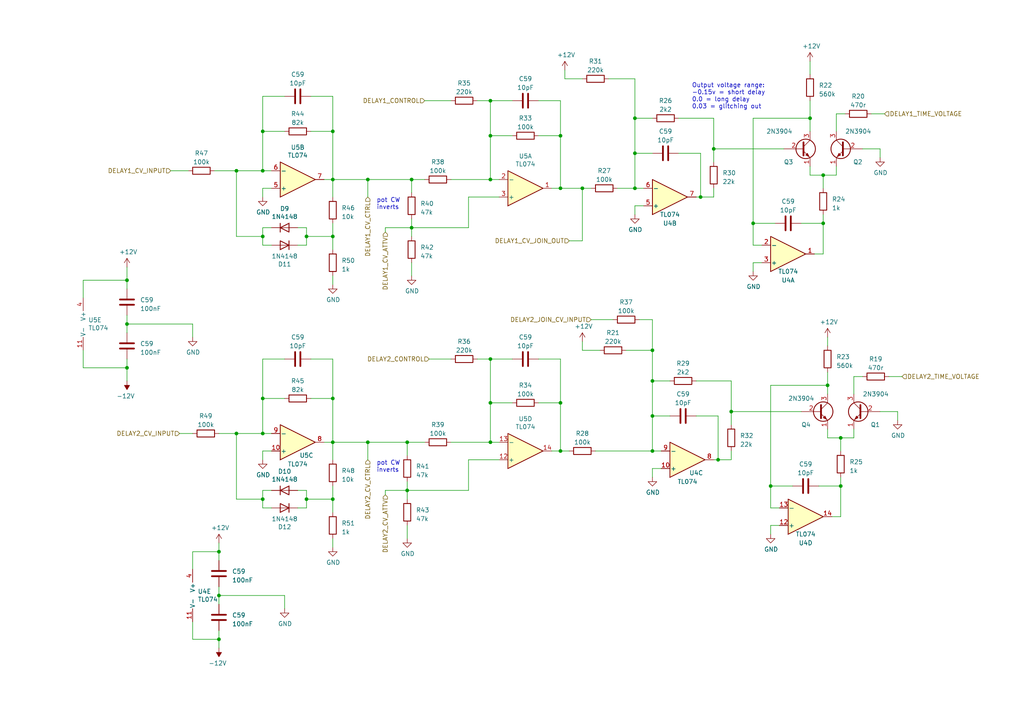
<source format=kicad_sch>
(kicad_sch (version 20230121) (generator eeschema)
  (paper "A4")
  (title_block (date "2022-03-04") (rev "v05") (comment 2 "creativecommons.org/licenses/by/4.0/") (comment 3 "License: CC BY 4.0") (comment 4 "Author: Guy John"))
  (lib_symbols
    (symbol "Amplifier_Operational:TL074" (pin_names (offset 0.127))
      (property "Reference" "U" (at 0 5.08 0))
      (property "Value" "TL074" (at 0 -5.08 0))
      (symbol "TL074_1_1"
        (polyline (pts (xy -5.08 5.08) (xy 5.08 0) (xy -5.08 -5.08) (xy -5.08 5.08)) (stroke (width 0.254)) (fill (type background)))
        (pin output line (at 7.62 0 180) (length 2.54) (name "~") (number "1"))
        (pin input line (at -7.62 -2.54 0) (length 2.54) (name "-") (number "2"))
        (pin input line (at -7.62 2.54 0) (length 2.54) (name "+") (number "3"))
      )
      (symbol "TL074_2_1"
        (polyline (pts (xy -5.08 5.08) (xy 5.08 0) (xy -5.08 -5.08) (xy -5.08 5.08)) (stroke (width 0.254)) (fill (type background)))
        (pin input line (at -7.62 2.54 0) (length 2.54) (name "+") (number "5"))
        (pin input line (at -7.62 -2.54 0) (length 2.54) (name "-") (number "6"))
        (pin output line (at 7.62 0 180) (length 2.54) (name "~") (number "7"))
      )
      (symbol "TL074_3_1"
        (polyline (pts (xy -5.08 5.08) (xy 5.08 0) (xy -5.08 -5.08) (xy -5.08 5.08)) (stroke (width 0.254)) (fill (type background)))
        (pin input line (at -7.62 2.54 0) (length 2.54) (name "+") (number "10"))
        (pin output line (at 7.62 0 180) (length 2.54) (name "~") (number "8"))
        (pin input line (at -7.62 -2.54 0) (length 2.54) (name "-") (number "9"))
      )
      (symbol "TL074_4_1"
        (polyline (pts (xy -5.08 5.08) (xy 5.08 0) (xy -5.08 -5.08) (xy -5.08 5.08)) (stroke (width 0.254)) (fill (type background)))
        (pin input line (at -7.62 2.54 0) (length 2.54) (name "+") (number "12"))
        (pin input line (at -7.62 -2.54 0) (length 2.54) (name "-") (number "13"))
        (pin output line (at 7.62 0 180) (length 2.54) (name "~") (number "14"))
      )
      (symbol "TL074_5_1"
        (pin power_in line (at -2.54 -7.62 90) (length 3.81) (name "V-") (number "11"))
        (pin power_in line (at -2.54 7.62 270) (length 3.81) (name "V+") (number "4"))
      )
    )
    (symbol "Device:D" (pin_numbers hide) (pin_names (offset 1.016) hide)
      (property "Reference" "D" (at 0 2.54 0))
      (property "Value" "D" (at 0 -2.54 0))
      (symbol "D_0_1"
        (polyline (pts (xy -1.27 1.27) (xy -1.27 -1.27)) (stroke (width 0.254)))
        (polyline (pts (xy 1.27 0) (xy -1.27 0)))
        (polyline (pts (xy 1.27 1.27) (xy 1.27 -1.27) (xy -1.27 0) (xy 1.27 1.27)) (stroke (width 0.254)))
      )
      (symbol "D_1_1"
        (pin passive line (at -3.81 0 0) (length 2.54) (name "K") (number "1"))
        (pin passive line (at 3.81 0 180) (length 2.54) (name "A") (number "2"))
      )
    )
    (symbol "Rumblesan Standard Parts:C" (pin_numbers hide) (pin_names (offset 0.254) hide)
      (property "Reference" "C?" (at -6.35 0 90))
      (property "Value" "C" (at -3.81 0 90))
      (symbol "C_0_1"
        (polyline (pts (xy -2.032 -0.762) (xy 2.032 -0.762)) (stroke (width 0.508)))
        (polyline (pts (xy -2.032 0.762) (xy 2.032 0.762)) (stroke (width 0.508)))
      )
      (symbol "C_1_1"
        (pin passive line (at 0 3.81 270) (length 2.794) (name "~") (number "1"))
        (pin passive line (at 0 -3.81 90) (length 2.794) (name "~") (number "2"))
      )
    )
    (symbol "Rumblesan Standard Parts:R" (pin_numbers hide) (pin_names (offset 0))
      (property "Reference" "R?" (at -5.08 0 90))
      (property "Value" "R" (at -2.54 0 90))
      (symbol "R_0_1"
        (rectangle (start 1.016 2.54) (end -1.016 -2.54) (stroke (width 0.254)))
      )
      (symbol "R_1_1"
        (pin passive line (at 0 -3.81 90) (length 1.27) (name "~") (number "1"))
        (pin passive line (at 0 3.81 270) (length 1.27) (name "~") (number "2"))
      )
    )
    (symbol "Transistor_BJT:2N3904" (pin_names (offset 0) hide)
      (property "Reference" "Q" (at 5.08 1.905 0))
      (property "Value" "2N3904" (at 5.08 0 0))
      (symbol "2N3904_0_1"
        (polyline (pts (xy 0.635 0.635) (xy 2.54 2.54)))
        (polyline (pts (xy 0.635 -0.635) (xy 2.54 -2.54) (xy 2.54 -2.54)))
        (polyline (pts (xy 0.635 1.905) (xy 0.635 -1.905) (xy 0.635 -1.905)) (stroke (width 0.508)))
        (polyline (pts (xy 1.27 -1.778) (xy 1.778 -1.27) (xy 2.286 -2.286) (xy 1.27 -1.778) (xy 1.27 -1.778)) (fill (type outline)))
        (circle (center 1.27 0) (radius 2.8194) (stroke (width 0.254)))
      )
      (symbol "2N3904_1_1"
        (pin passive line (at 2.54 -5.08 90) (length 2.54) (name "E") (number "1"))
        (pin passive line (at -5.08 0 0) (length 5.715) (name "B") (number "2"))
        (pin passive line (at 2.54 5.08 270) (length 2.54) (name "C") (number "3"))
      )
    )
    (symbol "power:+12V" (power) (pin_names (offset 0))
      (property "Value" "+12V" (at 0 3.556 0))
      (symbol "+12V_0_1"
        (polyline (pts (xy -0.762 1.27) (xy 0 2.54)))
        (polyline (pts (xy 0 0) (xy 0 2.54)))
        (polyline (pts (xy 0 2.54) (xy 0.762 1.27)))
      )
      (symbol "+12V_1_1"
        (pin power_in line (at 0 0 90) (length 0) hide (name "+12V") (number "1"))
      )
    )
    (symbol "power:-12V" (power) (pin_names (offset 0))
      (property "Value" "-12V" (at 0 3.81 0))
      (symbol "-12V_0_0"
        (pin power_in line (at 0 0 90) (length 0) hide (name "-12V") (number "1"))
      )
      (symbol "-12V_0_1"
        (polyline (pts (xy 0 0) (xy 0 1.27) (xy 0.762 1.27) (xy 0 2.54) (xy -0.762 1.27) (xy 0 1.27)) (fill (type outline)))
      )
    )
    (symbol "power:GND" (power) (pin_names (offset 0))
      (property "Value" "GND" (at 0 -3.81 0))
      (symbol "GND_0_1"
        (polyline (pts (xy 0 0) (xy 0 -1.27) (xy 1.27 -1.27) (xy 0 -2.54) (xy -1.27 -1.27) (xy 0 -1.27)))
      )
      (symbol "GND_1_1"
        (pin power_in line (at 0 0 270) (length 0) hide (name "GND") (number "1"))
      )
    )
  )
  (junction (at 36.83 106.68))
  (junction (at 118.11 142.24))
  (junction (at 142.24 52.07))
  (junction (at 203.2 57.15))
  (junction (at 234.95 34.29))
  (junction (at 240.03 111.76))
  (junction (at 189.23 130.81))
  (junction (at 207.01 43.18))
  (junction (at 184.15 34.29))
  (junction (at 238.76 64.77))
  (junction (at 96.52 115.57))
  (junction (at 184.15 54.61))
  (junction (at 189.23 101.6))
  (junction (at 68.58 125.73))
  (junction (at 162.56 39.37))
  (junction (at 162.56 130.81))
  (junction (at 162.56 54.61))
  (junction (at 106.68 52.07))
  (junction (at 118.11 128.27))
  (junction (at 76.2 125.73))
  (junction (at 119.38 66.04))
  (junction (at 96.52 128.27))
  (junction (at 243.84 127))
  (junction (at 88.9 144.78))
  (junction (at 142.24 39.37))
  (junction (at 63.5 160.02))
  (junction (at 142.24 116.84))
  (junction (at 76.2 49.53))
  (junction (at 142.24 128.27))
  (junction (at 106.68 128.27))
  (junction (at 36.83 93.98))
  (junction (at 184.15 44.45))
  (junction (at 96.52 52.07))
  (junction (at 76.2 38.1))
  (junction (at 96.52 68.58))
  (junction (at 243.84 140.97))
  (junction (at 63.5 172.72))
  (junction (at 142.24 104.14))
  (junction (at 168.91 54.61))
  (junction (at 63.5 185.42))
  (junction (at 208.28 133.35))
  (junction (at 142.24 29.21))
  (junction (at 238.76 50.8))
  (junction (at 68.58 49.53))
  (junction (at 189.23 120.65))
  (junction (at 76.2 144.78))
  (junction (at 189.23 110.49))
  (junction (at 96.52 144.78))
  (junction (at 96.52 38.1))
  (junction (at 119.38 52.07))
  (junction (at 162.56 116.84))
  (junction (at 76.2 115.57))
  (junction (at 212.09 119.38))
  (junction (at 218.44 64.77))
  (junction (at 88.9 68.58))
  (junction (at 76.2 68.58))
  (junction (at 223.52 140.97))
  (junction (at 36.83 81.28))
  (wire (pts (xy 168.91 69.85) (xy 168.91 54.61)))
  (wire (pts (xy 76.2 147.32) (xy 76.2 144.78)))
  (wire (pts (xy 227.33 43.18) (xy 207.01 43.18)))
  (wire (pts (xy 63.5 172.72) (xy 63.5 175.26)))
  (wire (pts (xy 243.84 130.81) (xy 243.84 127)))
  (wire (pts (xy 156.21 29.21) (xy 162.56 29.21)))
  (wire (pts (xy 207.01 34.29) (xy 207.01 43.18)))
  (wire (pts (xy 106.68 128.27) (xy 106.68 133.35)))
  (wire (pts (xy 240.03 111.76) (xy 240.03 114.3)))
  (wire (pts (xy 118.11 142.24) (xy 118.11 144.78)))
  (wire (pts (xy 189.23 135.89) (xy 189.23 138.43)))
  (wire (pts (xy 76.2 115.57) (xy 76.2 104.14)))
  (wire (pts (xy 86.36 142.24) (xy 88.9 142.24)))
  (wire (pts (xy 76.2 115.57) (xy 82.55 115.57)))
  (wire (pts (xy 63.5 160.02) (xy 63.5 162.56)))
  (wire (pts (xy 96.52 52.07) (xy 106.68 52.07)))
  (wire (pts (xy 223.52 140.97) (xy 223.52 147.32)))
  (wire (pts (xy 163.83 20.32) (xy 163.83 22.86)))
  (wire (pts (xy 55.88 185.42) (xy 63.5 185.42)))
  (wire (pts (xy 76.2 68.58) (xy 76.2 66.04)))
  (wire (pts (xy 142.24 128.27) (xy 144.78 128.27)))
  (wire (pts (xy 24.13 81.28) (xy 24.13 86.36)))
  (wire (pts (xy 24.13 106.68) (xy 36.83 106.68)))
  (wire (pts (xy 142.24 116.84) (xy 148.59 116.84)))
  (wire (pts (xy 247.65 109.22) (xy 250.19 109.22)))
  (wire (pts (xy 76.2 49.53) (xy 78.74 49.53)))
  (wire (pts (xy 111.76 66.04) (xy 119.38 66.04)))
  (wire (pts (xy 96.52 27.94) (xy 90.17 27.94)))
  (wire (pts (xy 252.73 33.02) (xy 256.54 33.02)))
  (wire (pts (xy 63.5 182.88) (xy 63.5 185.42)))
  (wire (pts (xy 36.83 106.68) (xy 36.83 110.49)))
  (wire (pts (xy 76.2 125.73) (xy 76.2 115.57)))
  (wire (pts (xy 76.2 27.94) (xy 76.2 38.1)))
  (wire (pts (xy 160.02 54.61) (xy 162.56 54.61)))
  (wire (pts (xy 223.52 140.97) (xy 229.87 140.97)))
  (wire (pts (xy 203.2 44.45) (xy 203.2 57.15)))
  (wire (pts (xy 119.38 55.88) (xy 119.38 52.07)))
  (wire (pts (xy 189.23 101.6) (xy 189.23 110.49)))
  (wire (pts (xy 184.15 54.61) (xy 186.69 54.61)))
  (wire (pts (xy 96.52 140.97) (xy 96.52 144.78)))
  (wire (pts (xy 185.42 92.71) (xy 189.23 92.71)))
  (wire (pts (xy 93.98 128.27) (xy 96.52 128.27)))
  (wire (pts (xy 78.74 54.61) (xy 76.2 54.61)))
  (wire (pts (xy 237.49 140.97) (xy 243.84 140.97)))
  (wire (pts (xy 207.01 57.15) (xy 207.01 54.61)))
  (wire (pts (xy 212.09 110.49) (xy 212.09 119.38)))
  (wire (pts (xy 250.19 43.18) (xy 255.27 43.18)))
  (wire (pts (xy 201.93 57.15) (xy 203.2 57.15)))
  (wire (pts (xy 78.74 130.81) (xy 76.2 130.81)))
  (wire (pts (xy 76.2 142.24) (xy 78.74 142.24)))
  (wire (pts (xy 212.09 133.35) (xy 212.09 130.81)))
  (wire (pts (xy 55.88 160.02) (xy 63.5 160.02)))
  (wire (pts (xy 49.53 49.53) (xy 54.61 49.53)))
  (wire (pts (xy 76.2 49.53) (xy 76.2 38.1)))
  (wire (pts (xy 76.2 125.73) (xy 78.74 125.73)))
  (wire (pts (xy 184.15 54.61) (xy 184.15 44.45)))
  (wire (pts (xy 96.52 104.14) (xy 96.52 115.57)))
  (wire (pts (xy 156.21 39.37) (xy 162.56 39.37)))
  (wire (pts (xy 238.76 62.23) (xy 238.76 64.77)))
  (wire (pts (xy 242.57 33.02) (xy 245.11 33.02)))
  (wire (pts (xy 142.24 39.37) (xy 142.24 52.07)))
  (wire (pts (xy 119.38 63.5) (xy 119.38 66.04)))
  (wire (pts (xy 96.52 68.58) (xy 96.52 72.39)))
  (wire (pts (xy 118.11 128.27) (xy 123.19 128.27)))
  (wire (pts (xy 88.9 68.58) (xy 88.9 71.12)))
  (wire (pts (xy 88.9 66.04) (xy 88.9 68.58)))
  (wire (pts (xy 208.28 120.65) (xy 201.93 120.65)))
  (wire (pts (xy 234.95 34.29) (xy 234.95 29.21)))
  (wire (pts (xy 162.56 54.61) (xy 168.91 54.61)))
  (wire (pts (xy 119.38 76.2) (xy 119.38 80.01)))
  (wire (pts (xy 55.88 160.02) (xy 55.88 165.1)))
  (wire (pts (xy 76.2 54.61) (xy 76.2 57.15)))
  (wire (pts (xy 242.57 38.1) (xy 242.57 33.02)))
  (wire (pts (xy 172.72 130.81) (xy 189.23 130.81)))
  (wire (pts (xy 176.53 22.86) (xy 184.15 22.86)))
  (wire (pts (xy 135.89 66.04) (xy 119.38 66.04)))
  (wire (pts (xy 203.2 57.15) (xy 207.01 57.15)))
  (wire (pts (xy 148.59 104.14) (xy 142.24 104.14)))
  (wire (pts (xy 76.2 38.1) (xy 82.55 38.1)))
  (wire (pts (xy 135.89 57.15) (xy 135.89 66.04)))
  (wire (pts (xy 96.52 156.21) (xy 96.52 158.75)))
  (wire (pts (xy 144.78 57.15) (xy 135.89 57.15)))
  (wire (pts (xy 130.81 52.07) (xy 142.24 52.07)))
  (wire (pts (xy 76.2 68.58) (xy 68.58 68.58)))
  (wire (pts (xy 240.03 107.95) (xy 240.03 111.76)))
  (wire (pts (xy 242.57 48.26) (xy 242.57 50.8)))
  (wire (pts (xy 96.52 38.1) (xy 90.17 38.1)))
  (wire (pts (xy 218.44 34.29) (xy 234.95 34.29)))
  (wire (pts (xy 240.03 127) (xy 240.03 124.46)))
  (wire (pts (xy 223.52 111.76) (xy 240.03 111.76)))
  (wire (pts (xy 243.84 138.43) (xy 243.84 140.97)))
  (wire (pts (xy 243.84 127) (xy 240.03 127)))
  (wire (pts (xy 118.11 152.4) (xy 118.11 156.21)))
  (wire (pts (xy 24.13 101.6) (xy 24.13 106.68)))
  (wire (pts (xy 242.57 50.8) (xy 238.76 50.8)))
  (wire (pts (xy 243.84 140.97) (xy 243.84 149.86)))
  (wire (pts (xy 68.58 68.58) (xy 68.58 49.53)))
  (wire (pts (xy 220.98 71.12) (xy 218.44 71.12)))
  (wire (pts (xy 208.28 133.35) (xy 212.09 133.35)))
  (wire (pts (xy 111.76 142.24) (xy 118.11 142.24)))
  (wire (pts (xy 63.5 172.72) (xy 82.55 172.72)))
  (wire (pts (xy 255.27 43.18) (xy 255.27 45.72)))
  (wire (pts (xy 88.9 71.12) (xy 86.36 71.12)))
  (wire (pts (xy 238.76 73.66) (xy 236.22 73.66)))
  (wire (pts (xy 238.76 50.8) (xy 234.95 50.8)))
  (wire (pts (xy 238.76 54.61) (xy 238.76 50.8)))
  (wire (pts (xy 96.52 144.78) (xy 88.9 144.78)))
  (wire (pts (xy 76.2 144.78) (xy 68.58 144.78)))
  (wire (pts (xy 96.52 52.07) (xy 96.52 57.15)))
  (wire (pts (xy 36.83 106.68) (xy 36.83 104.14)))
  (wire (pts (xy 189.23 110.49) (xy 194.31 110.49)))
  (wire (pts (xy 142.24 29.21) (xy 142.24 39.37)))
  (wire (pts (xy 96.52 80.01) (xy 96.52 82.55)))
  (wire (pts (xy 184.15 34.29) (xy 189.23 34.29)))
  (wire (pts (xy 90.17 104.14) (xy 96.52 104.14)))
  (wire (pts (xy 63.5 170.18) (xy 63.5 172.72)))
  (wire (pts (xy 90.17 115.57) (xy 96.52 115.57)))
  (wire (pts (xy 212.09 119.38) (xy 212.09 123.19)))
  (wire (pts (xy 76.2 125.73) (xy 68.58 125.73)))
  (wire (pts (xy 78.74 71.12) (xy 76.2 71.12)))
  (wire (pts (xy 223.52 152.4) (xy 223.52 154.94)))
  (wire (pts (xy 168.91 54.61) (xy 171.45 54.61)))
  (wire (pts (xy 24.13 81.28) (xy 36.83 81.28)))
  (wire (pts (xy 142.24 104.14) (xy 142.24 116.84)))
  (wire (pts (xy 179.07 54.61) (xy 184.15 54.61)))
  (wire (pts (xy 247.65 124.46) (xy 247.65 127)))
  (wire (pts (xy 218.44 71.12) (xy 218.44 64.77)))
  (wire (pts (xy 189.23 44.45) (xy 184.15 44.45)))
  (wire (pts (xy 186.69 59.69) (xy 184.15 59.69)))
  (wire (pts (xy 148.59 39.37) (xy 142.24 39.37)))
  (wire (pts (xy 138.43 29.21) (xy 142.24 29.21)))
  (wire (pts (xy 96.52 144.78) (xy 96.52 148.59)))
  (wire (pts (xy 76.2 104.14) (xy 82.55 104.14)))
  (wire (pts (xy 184.15 22.86) (xy 184.15 34.29)))
  (wire (pts (xy 238.76 73.66) (xy 238.76 64.77)))
  (wire (pts (xy 189.23 110.49) (xy 189.23 120.65)))
  (wire (pts (xy 36.83 93.98) (xy 55.88 93.98)))
  (wire (pts (xy 76.2 71.12) (xy 76.2 68.58)))
  (wire (pts (xy 218.44 76.2) (xy 218.44 78.74)))
  (wire (pts (xy 36.83 91.44) (xy 36.83 93.98)))
  (wire (pts (xy 123.19 29.21) (xy 130.81 29.21)))
  (wire (pts (xy 88.9 142.24) (xy 88.9 144.78)))
  (wire (pts (xy 96.52 64.77) (xy 96.52 68.58)))
  (wire (pts (xy 232.41 119.38) (xy 212.09 119.38)))
  (wire (pts (xy 189.23 92.71) (xy 189.23 101.6)))
  (wire (pts (xy 207.01 43.18) (xy 207.01 46.99)))
  (wire (pts (xy 162.56 130.81) (xy 162.56 116.84)))
  (wire (pts (xy 135.89 133.35) (xy 144.78 133.35)))
  (wire (pts (xy 96.52 52.07) (xy 96.52 38.1)))
  (wire (pts (xy 142.24 52.07) (xy 144.78 52.07)))
  (wire (pts (xy 218.44 64.77) (xy 218.44 34.29)))
  (wire (pts (xy 142.24 128.27) (xy 142.24 116.84)))
  (wire (pts (xy 171.45 92.71) (xy 177.8 92.71)))
  (wire (pts (xy 63.5 185.42) (xy 63.5 187.96)))
  (wire (pts (xy 234.95 17.78) (xy 234.95 21.59)))
  (wire (pts (xy 63.5 125.73) (xy 68.58 125.73)))
  (wire (pts (xy 36.83 81.28) (xy 36.83 83.82)))
  (wire (pts (xy 93.98 52.07) (xy 96.52 52.07)))
  (wire (pts (xy 55.88 180.34) (xy 55.88 185.42)))
  (wire (pts (xy 76.2 130.81) (xy 76.2 133.35)))
  (wire (pts (xy 240.03 100.33) (xy 240.03 97.79)))
  (wire (pts (xy 106.68 57.15) (xy 106.68 52.07)))
  (wire (pts (xy 68.58 144.78) (xy 68.58 125.73)))
  (wire (pts (xy 76.2 66.04) (xy 78.74 66.04)))
  (wire (pts (xy 96.52 128.27) (xy 106.68 128.27)))
  (wire (pts (xy 78.74 147.32) (xy 76.2 147.32)))
  (wire (pts (xy 234.95 34.29) (xy 234.95 38.1)))
  (wire (pts (xy 162.56 29.21) (xy 162.56 39.37)))
  (wire (pts (xy 203.2 44.45) (xy 196.85 44.45)))
  (wire (pts (xy 207.01 133.35) (xy 208.28 133.35)))
  (wire (pts (xy 118.11 139.7) (xy 118.11 142.24)))
  (wire (pts (xy 82.55 172.72) (xy 82.55 176.53)))
  (wire (pts (xy 189.23 130.81) (xy 191.77 130.81)))
  (wire (pts (xy 257.81 109.22) (xy 261.62 109.22)))
  (wire (pts (xy 223.52 140.97) (xy 223.52 111.76)))
  (wire (pts (xy 106.68 52.07) (xy 119.38 52.07)))
  (wire (pts (xy 63.5 157.48) (xy 63.5 160.02)))
  (wire (pts (xy 232.41 64.77) (xy 238.76 64.77)))
  (wire (pts (xy 138.43 104.14) (xy 142.24 104.14)))
  (wire (pts (xy 184.15 44.45) (xy 184.15 34.29)))
  (wire (pts (xy 135.89 133.35) (xy 135.89 142.24)))
  (wire (pts (xy 119.38 66.04) (xy 119.38 68.58)))
  (wire (pts (xy 194.31 120.65) (xy 189.23 120.65)))
  (wire (pts (xy 36.83 77.47) (xy 36.83 81.28)))
  (wire (pts (xy 82.55 27.94) (xy 76.2 27.94)))
  (wire (pts (xy 191.77 135.89) (xy 189.23 135.89)))
  (wire (pts (xy 88.9 147.32) (xy 86.36 147.32)))
  (wire (pts (xy 142.24 29.21) (xy 148.59 29.21)))
  (wire (pts (xy 68.58 49.53) (xy 76.2 49.53)))
  (wire (pts (xy 163.83 22.86) (xy 168.91 22.86)))
  (wire (pts (xy 106.68 128.27) (xy 118.11 128.27)))
  (wire (pts (xy 86.36 66.04) (xy 88.9 66.04)))
  (wire (pts (xy 76.2 144.78) (xy 76.2 142.24)))
  (wire (pts (xy 255.27 119.38) (xy 260.35 119.38)))
  (wire (pts (xy 96.52 38.1) (xy 96.52 27.94)))
  (wire (pts (xy 208.28 120.65) (xy 208.28 133.35)))
  (wire (pts (xy 218.44 64.77) (xy 224.79 64.77)))
  (wire (pts (xy 88.9 144.78) (xy 88.9 147.32)))
  (wire (pts (xy 168.91 99.06) (xy 168.91 101.6)))
  (wire (pts (xy 52.07 125.73) (xy 55.88 125.73)))
  (wire (pts (xy 247.65 127) (xy 243.84 127)))
  (wire (pts (xy 243.84 149.86) (xy 241.3 149.86)))
  (wire (pts (xy 96.52 115.57) (xy 96.52 128.27)))
  (wire (pts (xy 55.88 93.98) (xy 55.88 97.79)))
  (wire (pts (xy 181.61 101.6) (xy 189.23 101.6)))
  (wire (pts (xy 189.23 130.81) (xy 189.23 120.65)))
  (wire (pts (xy 68.58 49.53) (xy 62.23 49.53)))
  (wire (pts (xy 36.83 93.98) (xy 36.83 96.52)))
  (wire (pts (xy 220.98 76.2) (xy 218.44 76.2)))
  (wire (pts (xy 260.35 119.38) (xy 260.35 121.92)))
  (wire (pts (xy 168.91 101.6) (xy 173.99 101.6)))
  (wire (pts (xy 162.56 130.81) (xy 165.1 130.81)))
  (wire (pts (xy 124.46 104.14) (xy 130.81 104.14)))
  (wire (pts (xy 234.95 50.8) (xy 234.95 48.26)))
  (wire (pts (xy 111.76 67.31) (xy 111.76 66.04)))
  (wire (pts (xy 111.76 143.51) (xy 111.76 142.24)))
  (wire (pts (xy 130.81 128.27) (xy 142.24 128.27)))
  (wire (pts (xy 162.56 39.37) (xy 162.56 54.61)))
  (wire (pts (xy 135.89 142.24) (xy 118.11 142.24)))
  (wire (pts (xy 247.65 114.3) (xy 247.65 109.22)))
  (wire (pts (xy 162.56 104.14) (xy 156.21 104.14)))
  (wire (pts (xy 226.06 147.32) (xy 223.52 147.32)))
  (wire (pts (xy 96.52 133.35) (xy 96.52 128.27)))
  (wire (pts (xy 162.56 116.84) (xy 156.21 116.84)))
  (wire (pts (xy 196.85 34.29) (xy 207.01 34.29)))
  (wire (pts (xy 96.52 68.58) (xy 88.9 68.58)))
  (wire (pts (xy 201.93 110.49) (xy 212.09 110.49)))
  (wire (pts (xy 226.06 152.4) (xy 223.52 152.4)))
  (wire (pts (xy 160.02 130.81) (xy 162.56 130.81)))
  (wire (pts (xy 162.56 104.14) (xy 162.56 116.84)))
  (wire (pts (xy 168.91 69.85) (xy 165.1 69.85)))
  (wire (pts (xy 184.15 59.69) (xy 184.15 62.23)))
  (wire (pts (xy 118.11 132.08) (xy 118.11 128.27)))
  (wire (pts (xy 119.38 52.07) (xy 123.19 52.07)))
  (text "Output voltage range:\n-0.15v = short delay\n0.0 = long delay\n0.03 = glitching out" (at 200.66 31.75 0) (effects (font (size 1.27 1.27)) (justify left bottom)))
  (text "pot CW\ninverts" (at 109.22 60.96 0) (effects (font (size 1.27 1.27)) (justify left bottom)))
  (text "pot CW\ninverts" (at 109.22 137.16 0) (effects (font (size 1.27 1.27)) (justify left bottom)))
  (hierarchical_label "DELAY1_CV_JOIN_OUT" (shape input) (at 165.1 69.85 180))
  (hierarchical_label "DELAY2_CV_CTRL" (shape input) (at 106.68 133.35 270))
  (hierarchical_label "DELAY1_CONTROL" (shape input) (at 123.19 29.21 180))
  (hierarchical_label "DELAY1_TIME_VOLTAGE" (shape input) (at 256.54 33.02 0))
  (hierarchical_label "DELAY2_JOIN_CV_INPUT" (shape input) (at 171.45 92.71 180))
  (hierarchical_label "DELAY1_CV_CTRL" (shape input) (at 106.68 57.15 270))
  (hierarchical_label "DELAY2_TIME_VOLTAGE" (shape input) (at 261.62 109.22 0))
  (hierarchical_label "DELAY2_CV_ATTV" (shape input) (at 111.76 143.51 270))
  (hierarchical_label "DELAY1_CV_INPUT" (shape input) (at 49.53 49.53 180))
  (hierarchical_label "DELAY1_CV_ATTV" (shape input) (at 111.76 67.31 270))
  (hierarchical_label "DELAY2_CONTROL" (shape input) (at 124.46 104.14 180))
  (hierarchical_label "DELAY2_CV_INPUT" (shape input) (at 52.07 125.73 180))
  (symbol (lib_id "Amplifier_Operational:TL074") (at 26.67 93.98 0) (unit 5)
    (property "Reference" "U5" (at 25.6032 92.8116 0) (effects (justify left)))
    (property "Value" "TL074" (at 25.6032 95.123 0) (effects (justify left)))
    (property "Footprint" "Package_DIP:DIP-14_W7.62mm_Socket" (effects hide))
    (property "Datasheet" "http://www.ti.com/lit/ds/symlink/tl071.pdf" (effects hide))
  )
  (symbol (lib_id "Amplifier_Operational:TL074") (at 58.42 172.72 0) (unit 5)
    (property "Reference" "U4" (at 57.3532 171.5516 0) (effects (justify left)))
    (property "Value" "TL074" (at 57.3532 173.863 0) (effects (justify left)))
    (property "Footprint" "Package_DIP:DIP-14_W7.62mm_Socket" (effects hide))
    (property "Datasheet" "http://www.ti.com/lit/ds/symlink/tl071.pdf" (effects hide))
  )
  (symbol (lib_id "Amplifier_Operational:TL074") (at 194.31 57.15 0) (mirror x) (unit 2)
    (property "Reference" "U4" (at 194.31 64.77 0))
    (property "Value" "TL074" (at 194.31 62.23 0))
    (property "Footprint" "Package_DIP:DIP-14_W7.62mm_Socket" (effects hide))
    (property "Datasheet" "http://www.ti.com/lit/ds/symlink/tl071.pdf" (effects hide))
  )
  (symbol (lib_id "Amplifier_Operational:TL074") (at 199.39 133.35 0) (mirror x) (unit 3)
    (property "Reference" "U4" (at 201.93 137.16 0))
    (property "Value" "TL074" (at 199.39 139.7 0))
    (property "Footprint" "Package_DIP:DIP-14_W7.62mm_Socket" (effects hide))
    (property "Datasheet" "http://www.ti.com/lit/ds/symlink/tl071.pdf" (effects hide))
  )
  (symbol (lib_id "Transistor_BJT:2N3904") (at 250.19 119.38 0) (mirror y) (unit 1)
    (property "Reference" "Q1" (at 255.27 123.19 0) (effects (justify left)))
    (property "Value" "2N3904" (at 257.81 114.3 0) (effects (justify left)))
    (property "Footprint" "Package_TO_SOT_THT:TO-92_Inline_Wide" (effects hide))
    (property "Datasheet" "https://www.onsemi.com/pub/Collateral/2N3903-D.PDF" (effects hide))
  )
  (symbol (lib_id "Transistor_BJT:2N3904") (at 237.49 119.38 0) (unit 1)
    (property "Reference" "Q4" (at 232.41 123.19 0) (effects (justify left)))
    (property "Value" "2N3904" (at 228.6 115.57 0) (effects (justify left)))
    (property "Footprint" "Package_TO_SOT_THT:TO-92_Inline_Wide" (effects hide))
    (property "Datasheet" "https://www.onsemi.com/pub/Collateral/2N3903-D.PDF" (effects hide))
  )
  (symbol (lib_id "Amplifier_Operational:TL074") (at 228.6 73.66 0) (mirror x) (unit 1)
    (property "Reference" "U4" (at 228.6 81.28 0))
    (property "Value" "TL074" (at 228.6 78.74 0))
    (property "Footprint" "Package_DIP:DIP-14_W7.62mm_Socket" (effects hide))
    (property "Datasheet" "http://www.ti.com/lit/ds/symlink/tl071.pdf" (effects hide))
  )
  (symbol (lib_id "Amplifier_Operational:TL074") (at 86.36 52.07 0) (mirror x) (unit 2)
    (property "Reference" "U5" (at 86.36 42.7482 0))
    (property "Value" "TL074" (at 86.36 45.0596 0))
    (property "Footprint" "Package_DIP:DIP-14_W7.62mm_Socket" (effects hide))
    (property "Datasheet" "http://www.ti.com/lit/ds/symlink/tl071.pdf" (effects hide))
  )
  (symbol (lib_id "Amplifier_Operational:TL074") (at 86.36 128.27 0) (mirror x) (unit 3)
    (property "Reference" "U5" (at 88.9 132.08 0))
    (property "Value" "TL074" (at 86.36 134.62 0))
    (property "Footprint" "Package_DIP:DIP-14_W7.62mm_Socket" (effects hide))
    (property "Datasheet" "http://www.ti.com/lit/ds/symlink/tl071.pdf" (effects hide))
  )
  (symbol (lib_id "Transistor_BJT:2N3904") (at 245.11 43.18 0) (mirror y) (unit 1)
    (property "Reference" "Q2" (at 250.19 46.99 0) (effects (justify left)))
    (property "Value" "2N3904" (at 252.73 38.1 0) (effects (justify left)))
    (property "Footprint" "Package_TO_SOT_THT:TO-92_Inline_Wide" (effects hide))
    (property "Datasheet" "https://www.onsemi.com/pub/Collateral/2N3903-D.PDF" (effects hide))
  )
  (symbol (lib_id "Transistor_BJT:2N3904") (at 232.41 43.18 0) (unit 1)
    (property "Reference" "Q3" (at 227.33 46.99 0) (effects (justify left)))
    (property "Value" "2N3904" (at 222.25 38.1 0) (effects (justify left)))
    (property "Footprint" "Package_TO_SOT_THT:TO-92_Inline_Wide" (effects hide))
    (property "Datasheet" "https://www.onsemi.com/pub/Collateral/2N3903-D.PDF" (effects hide))
  )
  (symbol (lib_id "Amplifier_Operational:TL074") (at 152.4 54.61 0) (mirror x) (unit 1)
    (property "Reference" "U5" (at 152.4 45.2882 0))
    (property "Value" "TL074" (at 152.4 47.5996 0))
    (property "Footprint" "Package_DIP:DIP-14_W7.62mm_Socket" (effects hide))
    (property "Datasheet" "http://www.ti.com/lit/ds/symlink/tl071.pdf" (effects hide))
  )
  (symbol (lib_id "Amplifier_Operational:TL074") (at 152.4 130.81 0) (mirror x) (unit 4)
    (property "Reference" "U5" (at 152.4 121.4882 0))
    (property "Value" "TL074" (at 152.4 123.7996 0))
    (property "Footprint" "Package_DIP:DIP-14_W7.62mm_Socket" (effects hide))
    (property "Datasheet" "http://www.ti.com/lit/ds/symlink/tl071.pdf" (effects hide))
  )
  (symbol (lib_id "Amplifier_Operational:TL074") (at 233.68 149.86 0) (mirror x) (unit 4)
    (property "Reference" "U4" (at 233.68 157.48 0))
    (property "Value" "TL074" (at 233.68 154.94 0))
    (property "Footprint" "Package_DIP:DIP-14_W7.62mm_Socket" (effects hide))
    (property "Datasheet" "http://www.ti.com/lit/ds/symlink/tl071.pdf" (effects hide))
  )
  (symbol (lib_id "Device:D") (at 82.55 142.24 0) (unit 1)
    (property "Reference" "D10" (at 82.55 136.7282 0))
    (property "Value" "1N4148" (at 82.55 139.0396 0))
    (property "Footprint" "Rumblesan_Standard_Parts:D_DO-35_SOD27_P7.62mm_Horizontal" (effects hide))
    (property "Sim.Device" "D" (effects hide))
    (property "Sim.Pins" "1=K 2=A" (effects hide))
  )
  (symbol (lib_id "Device:D") (at 82.55 71.12 180) (unit 1)
    (property "Reference" "D11" (at 82.55 76.6318 0))
    (property "Value" "1N4148" (at 82.55 74.3204 0))
    (property "Footprint" "Rumblesan_Standard_Parts:D_DO-35_SOD27_P7.62mm_Horizontal" (effects hide))
    (property "Sim.Device" "D" (effects hide))
    (property "Sim.Pins" "1=K 2=A" (effects hide))
  )
  (symbol (lib_id "Rumblesan Standard Parts:R") (at 177.8 101.6 90) (unit 1)
    (property "Reference" "R21" (at 177.8 96.52 90))
    (property "Value" "220k" (at 177.8 99.06 90))
    (property "Footprint" "Rumblesan_Standard_Parts:R_Axial_DIN0207_L6.3mm_D2.5mm_P10.16mm_Horizontal" (effects hide))
    (property "Tolerance" "1%" (effects hide))
    (property "Power" "0.5W" (effects hide))
    (property "Spec" "metal film" (effects hide))
  )
  (symbol (lib_id "power:GND") (at 118.11 156.21 0) (unit 1)
    (property "Reference" "#PWR0137" (effects hide))
    (property "Value" "GND" (at 118.237 160.6042 0))
  )
  (symbol (lib_id "Rumblesan Standard Parts:R") (at 127 128.27 90) (unit 1)
    (property "Reference" "R39" (at 127 123.19 90))
    (property "Value" "100k" (at 127 125.73 90))
    (property "Footprint" "Rumblesan_Standard_Parts:R_Axial_DIN0207_L6.3mm_D2.5mm_P10.16mm_Horizontal" (effects hide))
    (property "Tolerance" "1%" (effects hide))
    (property "Power" "0.5W" (effects hide))
    (property "Spec" "metal film" (effects hide))
  )
  (symbol (lib_id "Rumblesan Standard Parts:R") (at 254 109.22 90) (unit 1)
    (property "Reference" "R19" (at 254 104.14 90))
    (property "Value" "470r" (at 254 106.68 90))
    (property "Footprint" "Rumblesan_Standard_Parts:R_Axial_DIN0207_L6.3mm_D2.5mm_P10.16mm_Horizontal" (effects hide))
    (property "Tolerance" "1%" (effects hide))
    (property "Power" "0.5W" (effects hide))
    (property "Spec" "metal film" (effects hide))
  )
  (symbol (lib_id "power:+12V") (at 63.5 157.48 0) (unit 1)
    (property "Reference" "#PWR0125" (effects hide))
    (property "Value" "+12V" (at 63.881 153.0858 0))
  )
  (symbol (lib_id "Rumblesan Standard Parts:R") (at 175.26 54.61 90) (unit 1)
    (property "Reference" "R27" (at 175.26 49.53 90))
    (property "Value" "100k" (at 175.26 52.07 90))
    (property "Footprint" "Rumblesan_Standard_Parts:R_Axial_DIN0207_L6.3mm_D2.5mm_P10.16mm_Horizontal" (effects hide))
    (property "Tolerance" "1%" (effects hide))
    (property "Power" "0.5W" (effects hide))
    (property "Spec" "metal film" (effects hide))
  )
  (symbol (lib_id "Rumblesan Standard Parts:C") (at 233.68 140.97 90) (unit 1)
    (property "Reference" "C59" (at 233.68 134.62 90))
    (property "Value" "10pF" (at 233.68 137.16 90))
    (property "Footprint" "Rumblesan_Standard_Parts:C_Rect_L7.0mm_W3.5mm_P5.00mm" (effects hide))
    (property "Spec" "ceramic C0G" (effects hide))
    (property "Tolerance" "5%" (effects hide))
    (instances (project "dual-digi-delay" (path "" (reference "C59") (unit 1)) (path "" (reference "C14") (unit 1))))
  )
  (symbol (lib_id "power:GND") (at 96.52 82.55 0) (unit 1)
    (property "Reference" "#PWR0123" (effects hide))
    (property "Value" "GND" (at 96.647 86.9442 0))
  )
  (symbol (lib_id "Rumblesan Standard Parts:C") (at 63.5 166.37 180) (unit 1)
    (property "Reference" "C59" (at 67.31 165.735 0) (effects (justify right)))
    (property "Value" "100nF" (at 67.31 168.275 0) (effects (justify right)))
    (property "Footprint" "Rumblesan_Standard_Parts:C_Rect_L7.0mm_W3.5mm_P5.00mm" (effects hide))
    (property "Spec" "ceramic X7R" (effects hide))
    (property "Tolerance" "5%" (effects hide))
    (instances (project "dual-digi-delay" (path "" (reference "C59") (unit 1)) (path "" (reference "C16") (unit 1))))
  )
  (symbol (lib_id "power:GND") (at 184.15 62.23 0) (unit 1)
    (property "Reference" "#PWR0109" (effects hide))
    (property "Value" "GND" (at 184.277 66.6242 0))
  )
  (symbol (lib_id "power:GND") (at 255.27 45.72 0) (unit 1)
    (property "Reference" "#PWR0117" (effects hide))
    (property "Value" "GND" (at 255.397 50.1142 0))
  )
  (symbol (lib_id "Rumblesan Standard Parts:C") (at 86.36 104.14 270) (unit 1)
    (property "Reference" "C59" (at 86.36 97.79 90))
    (property "Value" "10pF" (at 86.36 100.33 90))
    (property "Footprint" "Rumblesan_Standard_Parts:C_Rect_L7.0mm_W3.5mm_P5.00mm" (effects hide))
    (property "Spec" "ceramic C0G" (effects hide))
    (property "Tolerance" "5%" (effects hide))
    (instances (project "dual-digi-delay" (path "" (reference "C59") (unit 1)) (path "" (reference "C24") (unit 1))))
  )
  (symbol (lib_id "Rumblesan Standard Parts:R") (at 118.11 148.59 0) (unit 1)
    (property "Reference" "R43" (at 120.65 147.955 0) (effects (justify left)))
    (property "Value" "47k" (at 120.65 150.495 0) (effects (justify left)))
    (property "Footprint" "Rumblesan_Standard_Parts:R_Axial_DIN0207_L6.3mm_D2.5mm_P10.16mm_Horizontal" (effects hide))
    (property "Tolerance" "1%" (effects hide))
    (property "Power" "0.5W" (effects hide))
    (property "Spec" "metal film" (effects hide))
  )
  (symbol (lib_id "Rumblesan Standard Parts:R") (at 172.72 22.86 90) (unit 1)
    (property "Reference" "R31" (at 172.72 17.78 90))
    (property "Value" "220k" (at 172.72 20.32 90))
    (property "Footprint" "Rumblesan_Standard_Parts:R_Axial_DIN0207_L6.3mm_D2.5mm_P10.16mm_Horizontal" (effects hide))
    (property "Tolerance" "1%" (effects hide))
    (property "Power" "0.5W" (effects hide))
    (property "Spec" "metal film" (effects hide))
  )
  (symbol (lib_id "power:GND") (at 189.23 138.43 0) (unit 1)
    (property "Reference" "#PWR0118" (effects hide))
    (property "Value" "GND" (at 189.357 142.8242 0))
  )
  (symbol (lib_id "Rumblesan Standard Parts:R") (at 86.36 38.1 90) (unit 1)
    (property "Reference" "R44" (at 86.36 33.02 90))
    (property "Value" "82k" (at 86.36 35.56 90))
    (property "Footprint" "Rumblesan_Standard_Parts:R_Axial_DIN0207_L6.3mm_D2.5mm_P10.16mm_Horizontal" (effects hide))
    (property "Tolerance" "1%" (effects hide))
    (property "Power" "0.5W" (effects hide))
    (property "Spec" "metal film" (effects hide))
  )
  (symbol (lib_id "Rumblesan Standard Parts:C") (at 36.83 87.63 180) (unit 1)
    (property "Reference" "C59" (at 40.64 86.995 0) (effects (justify right)))
    (property "Value" "100nF" (at 40.64 89.535 0) (effects (justify right)))
    (property "Footprint" "Rumblesan_Standard_Parts:C_Rect_L7.0mm_W3.5mm_P5.00mm" (effects hide))
    (property "Spec" "ceramic X7R" (effects hide))
    (property "Tolerance" "5%" (effects hide))
    (instances (project "dual-digi-delay" (path "" (reference "C59") (unit 1)) (path "" (reference "C21") (unit 1))))
  )
  (symbol (lib_id "power:GND") (at 55.88 97.79 0) (unit 1)
    (property "Reference" "#PWR0180" (effects hide))
    (property "Value" "GND" (at 56.007 102.1842 0))
  )
  (symbol (lib_id "Rumblesan Standard Parts:R") (at 234.95 25.4 180) (unit 1)
    (property "Reference" "R22" (at 237.49 24.765 0) (effects (justify right)))
    (property "Value" "560k" (at 237.49 27.305 0) (effects (justify right)))
    (property "Footprint" "Rumblesan_Standard_Parts:R_Axial_DIN0207_L6.3mm_D2.5mm_P10.16mm_Horizontal" (effects hide))
    (property "Tolerance" "1%" (effects hide))
    (property "Power" "0.5W" (effects hide))
    (property "Spec" "metal film" (effects hide))
  )
  (symbol (lib_id "Rumblesan Standard Parts:R") (at 152.4 116.84 90) (unit 1)
    (property "Reference" "R34" (at 152.4 111.76 90))
    (property "Value" "100k" (at 152.4 114.3 90))
    (property "Footprint" "Rumblesan_Standard_Parts:R_Axial_DIN0207_L6.3mm_D2.5mm_P10.16mm_Horizontal" (effects hide))
    (property "Tolerance" "1%" (effects hide))
    (property "Power" "0.5W" (effects hide))
    (property "Spec" "metal film" (effects hide))
  )
  (symbol (lib_id "Rumblesan Standard Parts:C") (at 63.5 179.07 180) (unit 1)
    (property "Reference" "C59" (at 67.31 178.435 0) (effects (justify right)))
    (property "Value" "100nF" (at 67.31 180.975 0) (effects (justify right)))
    (property "Footprint" "Rumblesan_Standard_Parts:C_Rect_L7.0mm_W3.5mm_P5.00mm" (effects hide))
    (property "Spec" "ceramic X7R" (effects hide))
    (property "Tolerance" "5%" (effects hide))
    (instances (project "dual-digi-delay" (path "" (reference "C59") (unit 1)) (path "" (reference "C15") (unit 1))))
  )
  (symbol (lib_id "Rumblesan Standard Parts:R") (at 168.91 130.81 90) (unit 1)
    (property "Reference" "R28" (at 168.91 125.73 90))
    (property "Value" "100k" (at 168.91 128.27 90))
    (property "Footprint" "Rumblesan_Standard_Parts:R_Axial_DIN0207_L6.3mm_D2.5mm_P10.16mm_Horizontal" (effects hide))
    (property "Tolerance" "1%" (effects hide))
    (property "Power" "0.5W" (effects hide))
    (property "Spec" "metal film" (effects hide))
  )
  (symbol (lib_id "Device:D") (at 82.55 66.04 0) (unit 1)
    (property "Reference" "D9" (at 82.55 60.5282 0))
    (property "Value" "1N4148" (at 82.55 62.8396 0))
    (property "Footprint" "Rumblesan_Standard_Parts:D_DO-35_SOD27_P7.62mm_Horizontal" (effects hide))
    (property "Sim.Device" "D" (effects hide))
    (property "Sim.Pins" "1=K 2=A" (effects hide))
  )
  (symbol (lib_id "power:GND") (at 76.2 57.15 0) (unit 1)
    (property "Reference" "#PWR0139" (effects hide))
    (property "Value" "GND" (at 76.327 61.5442 0))
  )
  (symbol (lib_id "Rumblesan Standard Parts:C") (at 228.6 64.77 90) (unit 1)
    (property "Reference" "C59" (at 228.6 58.42 90))
    (property "Value" "10pF" (at 228.6 60.96 90))
    (property "Footprint" "Rumblesan_Standard_Parts:C_Rect_L7.0mm_W3.5mm_P5.00mm" (effects hide))
    (property "Spec" "ceramic C0G" (effects hide))
    (property "Tolerance" "5%" (effects hide))
    (instances (project "dual-digi-delay" (path "" (reference "C59") (unit 1)) (path "" (reference "C13") (unit 1))))
  )
  (symbol (lib_id "power:+12V") (at 163.83 20.32 0) (unit 1)
    (property "Reference" "#PWR0110" (effects hide))
    (property "Value" "+12V" (at 164.211 15.9258 0))
  )
  (symbol (lib_id "Rumblesan Standard Parts:R") (at 240.03 104.14 180) (unit 1)
    (property "Reference" "R23" (at 242.57 103.505 0) (effects (justify right)))
    (property "Value" "560k" (at 242.57 106.045 0) (effects (justify right)))
    (property "Footprint" "Rumblesan_Standard_Parts:R_Axial_DIN0207_L6.3mm_D2.5mm_P10.16mm_Horizontal" (effects hide))
    (property "Tolerance" "1%" (effects hide))
    (property "Power" "0.5W" (effects hide))
    (property "Spec" "metal film" (effects hide))
  )
  (symbol (lib_id "Rumblesan Standard Parts:C") (at 36.83 100.33 180) (unit 1)
    (property "Reference" "C59" (at 40.64 99.695 0) (effects (justify right)))
    (property "Value" "100nF" (at 40.64 102.235 0) (effects (justify right)))
    (property "Footprint" "Rumblesan_Standard_Parts:C_Rect_L7.0mm_W3.5mm_P5.00mm" (effects hide))
    (property "Spec" "ceramic X7R" (effects hide))
    (property "Tolerance" "5%" (effects hide))
    (instances (project "dual-digi-delay" (path "" (reference "C59") (unit 1)) (path "" (reference "C22") (unit 1))))
  )
  (symbol (lib_id "Rumblesan Standard Parts:C") (at 193.04 44.45 270) (unit 1)
    (property "Reference" "C59" (at 193.04 38.1 90))
    (property "Value" "10pF" (at 193.04 40.64 90))
    (property "Footprint" "Rumblesan_Standard_Parts:C_Rect_L7.0mm_W3.5mm_P5.00mm" (effects hide))
    (property "Spec" "ceramic C0G" (effects hide))
    (property "Tolerance" "5%" (effects hide))
    (instances (project "dual-digi-delay" (path "" (reference "C59") (unit 1)) (path "" (reference "C18") (unit 1))))
  )
  (symbol (lib_id "Rumblesan Standard Parts:R") (at 198.12 110.49 90) (unit 1)
    (property "Reference" "R29" (at 198.12 105.41 90))
    (property "Value" "2k2" (at 198.12 107.95 90))
    (property "Footprint" "Rumblesan_Standard_Parts:R_Axial_DIN0207_L6.3mm_D2.5mm_P10.16mm_Horizontal" (effects hide))
    (property "Tolerance" "1%" (effects hide))
    (property "Power" "0.5W" (effects hide))
    (property "Spec" "metal film" (effects hide))
  )
  (symbol (lib_id "Rumblesan Standard Parts:R") (at 58.42 49.53 90) (unit 1)
    (property "Reference" "R47" (at 58.42 44.45 90))
    (property "Value" "100k" (at 58.42 46.99 90))
    (property "Footprint" "Rumblesan_Standard_Parts:R_Axial_DIN0207_L6.3mm_D2.5mm_P10.16mm_Horizontal" (effects hide))
    (property "Tolerance" "1%" (effects hide))
    (property "Power" "0.5W" (effects hide))
    (property "Spec" "metal film" (effects hide))
  )
  (symbol (lib_id "power:GND") (at 260.35 121.92 0) (unit 1)
    (property "Reference" "#PWR0116" (effects hide))
    (property "Value" "GND" (at 260.477 126.3142 0))
  )
  (symbol (lib_id "Rumblesan Standard Parts:C") (at 86.36 27.94 270) (unit 1)
    (property "Reference" "C59" (at 86.36 21.59 90))
    (property "Value" "10pF" (at 86.36 24.13 90))
    (property "Footprint" "Rumblesan_Standard_Parts:C_Rect_L7.0mm_W3.5mm_P5.00mm" (effects hide))
    (property "Spec" "ceramic C0G" (effects hide))
    (property "Tolerance" "5%" (effects hide))
    (instances (project "dual-digi-delay" (path "" (reference "C59") (unit 1)) (path "" (reference "C23") (unit 1))))
  )
  (symbol (lib_id "power:GND") (at 82.55 176.53 0) (unit 1)
    (property "Reference" "#PWR0134" (effects hide))
    (property "Value" "GND" (at 82.677 180.9242 0))
  )
  (symbol (lib_id "Rumblesan Standard Parts:C") (at 152.4 29.21 270) (unit 1)
    (property "Reference" "C59" (at 152.4 22.86 90))
    (property "Value" "10pF" (at 152.4 25.4 90))
    (property "Footprint" "Rumblesan_Standard_Parts:C_Rect_L7.0mm_W3.5mm_P5.00mm" (effects hide))
    (property "Spec" "ceramic C0G" (effects hide))
    (property "Tolerance" "5%" (effects hide))
    (instances (project "dual-digi-delay" (path "" (reference "C59") (unit 1)) (path "" (reference "C20") (unit 1))))
  )
  (symbol (lib_id "Rumblesan Standard Parts:R") (at 207.01 50.8 0) (unit 1)
    (property "Reference" "R30" (at 209.55 50.165 0) (effects (justify left)))
    (property "Value" "22k" (at 209.55 52.705 0) (effects (justify left)))
    (property "Footprint" "Rumblesan_Standard_Parts:R_Axial_DIN0207_L6.3mm_D2.5mm_P10.16mm_Horizontal" (effects hide))
    (property "Tolerance" "1%" (effects hide))
    (property "Power" "0.5W" (effects hide))
    (property "Spec" "metal film" (effects hide))
  )
  (symbol (lib_id "Rumblesan Standard Parts:R") (at 181.61 92.71 270) (unit 1)
    (property "Reference" "R37" (at 181.61 87.63 90))
    (property "Value" "100k" (at 181.61 90.17 90))
    (property "Footprint" "Rumblesan_Standard_Parts:R_Axial_DIN0207_L6.3mm_D2.5mm_P10.16mm_Horizontal" (effects hide))
    (property "Tolerance" "1%" (effects hide))
    (property "Power" "0.5W" (effects hide))
    (property "Spec" "metal film" (effects hide))
  )
  (symbol (lib_id "Rumblesan Standard Parts:R") (at 119.38 72.39 0) (unit 1)
    (property "Reference" "R42" (at 121.92 71.755 0) (effects (justify left)))
    (property "Value" "47k" (at 121.92 74.295 0) (effects (justify left)))
    (property "Footprint" "Rumblesan_Standard_Parts:R_Axial_DIN0207_L6.3mm_D2.5mm_P10.16mm_Horizontal" (effects hide))
    (property "Tolerance" "1%" (effects hide))
    (property "Power" "0.5W" (effects hide))
    (property "Spec" "metal film" (effects hide))
  )
  (symbol (lib_id "power:GND") (at 119.38 80.01 0) (unit 1)
    (property "Reference" "#PWR0124" (effects hide))
    (property "Value" "GND" (at 119.507 84.4042 0))
  )
  (symbol (lib_id "Rumblesan Standard Parts:R") (at 59.69 125.73 270) (unit 1)
    (property "Reference" "R49" (at 59.69 120.65 90))
    (property "Value" "100k" (at 59.69 123.19 90))
    (property "Footprint" "Rumblesan_Standard_Parts:R_Axial_DIN0207_L6.3mm_D2.5mm_P10.16mm_Horizontal" (effects hide))
    (property "Tolerance" "1%" (effects hide))
    (property "Power" "0.5W" (effects hide))
    (property "Spec" "metal film" (effects hide))
  )
  (symbol (lib_id "Rumblesan Standard Parts:R") (at 238.76 58.42 180) (unit 1)
    (property "Reference" "R24" (at 241.3 57.785 0) (effects (justify right)))
    (property "Value" "1k" (at 241.3 60.325 0) (effects (justify right)))
    (property "Footprint" "Rumblesan_Standard_Parts:R_Axial_DIN0207_L6.3mm_D2.5mm_P10.16mm_Horizontal" (effects hide))
    (property "Tolerance" "1%" (effects hide))
    (property "Power" "0.5W" (effects hide))
    (property "Spec" "metal film" (effects hide))
  )
  (symbol (lib_id "Rumblesan Standard Parts:R") (at 86.36 115.57 270) (unit 1)
    (property "Reference" "R45" (at 86.36 110.49 90))
    (property "Value" "82k" (at 86.36 113.03 90))
    (property "Footprint" "Rumblesan_Standard_Parts:R_Axial_DIN0207_L6.3mm_D2.5mm_P10.16mm_Horizontal" (effects hide))
    (property "Tolerance" "1%" (effects hide))
    (property "Power" "0.5W" (effects hide))
    (property "Spec" "metal film" (effects hide))
  )
  (symbol (lib_id "Rumblesan Standard Parts:R") (at 243.84 134.62 180) (unit 1)
    (property "Reference" "R25" (at 246.38 133.985 0) (effects (justify right)))
    (property "Value" "1k" (at 246.38 136.525 0) (effects (justify right)))
    (property "Footprint" "Rumblesan_Standard_Parts:R_Axial_DIN0207_L6.3mm_D2.5mm_P10.16mm_Horizontal" (effects hide))
    (property "Tolerance" "1%" (effects hide))
    (property "Power" "0.5W" (effects hide))
    (property "Spec" "metal film" (effects hide))
  )
  (symbol (lib_id "Rumblesan Standard Parts:R") (at 96.52 137.16 180) (unit 1)
    (property "Reference" "R48" (at 99.06 136.525 0) (effects (justify right)))
    (property "Value" "10k" (at 99.06 139.065 0) (effects (justify right)))
    (property "Footprint" "Rumblesan_Standard_Parts:R_Axial_DIN0207_L6.3mm_D2.5mm_P10.16mm_Horizontal" (effects hide))
    (property "Tolerance" "1%" (effects hide))
    (property "Power" "0.5W" (effects hide))
    (property "Spec" "metal film" (effects hide))
  )
  (symbol (lib_id "power:+12V") (at 240.03 97.79 0) (unit 1)
    (property "Reference" "#PWR0114" (effects hide))
    (property "Value" "+12V" (at 240.411 93.3958 0))
  )
  (symbol (lib_id "power:GND") (at 223.52 154.94 0) (unit 1)
    (property "Reference" "#PWR0112" (effects hide))
    (property "Value" "GND" (at 223.647 159.3342 0))
  )
  (symbol (lib_id "Rumblesan Standard Parts:R") (at 96.52 76.2 0) (unit 1)
    (property "Reference" "R50" (at 99.06 75.565 0) (effects (justify left)))
    (property "Value" "1k" (at 99.06 78.105 0) (effects (justify left)))
    (property "Footprint" "Rumblesan_Standard_Parts:R_Axial_DIN0207_L6.3mm_D2.5mm_P10.16mm_Horizontal" (effects hide))
    (property "Tolerance" "1%" (effects hide))
    (property "Power" "0.5W" (effects hide))
    (property "Spec" "metal film" (effects hide))
  )
  (symbol (lib_id "Rumblesan Standard Parts:R") (at 134.62 104.14 270) (unit 1)
    (property "Reference" "R36" (at 134.62 99.06 90))
    (property "Value" "220k" (at 134.62 101.6 90))
    (property "Footprint" "Rumblesan_Standard_Parts:R_Axial_DIN0207_L6.3mm_D2.5mm_P10.16mm_Horizontal" (effects hide))
    (property "Tolerance" "1%" (effects hide))
    (property "Power" "0.5W" (effects hide))
    (property "Spec" "metal film" (effects hide))
  )
  (symbol (lib_id "Rumblesan Standard Parts:R") (at 96.52 60.96 180) (unit 1)
    (property "Reference" "R46" (at 99.06 60.325 0) (effects (justify right)))
    (property "Value" "10k" (at 99.06 62.865 0) (effects (justify right)))
    (property "Footprint" "Rumblesan_Standard_Parts:R_Axial_DIN0207_L6.3mm_D2.5mm_P10.16mm_Horizontal" (effects hide))
    (property "Tolerance" "1%" (effects hide))
    (property "Power" "0.5W" (effects hide))
    (property "Spec" "metal film" (effects hide))
  )
  (symbol (lib_id "power:+12V") (at 36.83 77.47 0) (unit 1)
    (property "Reference" "#PWR0178" (effects hide))
    (property "Value" "+12V" (at 37.211 73.0758 0))
  )
  (symbol (lib_id "Rumblesan Standard Parts:R") (at 127 52.07 90) (unit 1)
    (property "Reference" "R38" (at 127 46.99 90))
    (property "Value" "100k" (at 127 49.53 90))
    (property "Footprint" "Rumblesan_Standard_Parts:R_Axial_DIN0207_L6.3mm_D2.5mm_P10.16mm_Horizontal" (effects hide))
    (property "Tolerance" "1%" (effects hide))
    (property "Power" "0.5W" (effects hide))
    (property "Spec" "metal film" (effects hide))
  )
  (symbol (lib_id "Rumblesan Standard Parts:R") (at 96.52 152.4 0) (unit 1)
    (property "Reference" "R51" (at 99.06 151.765 0) (effects (justify left)))
    (property "Value" "1k" (at 99.06 154.305 0) (effects (justify left)))
    (property "Footprint" "Rumblesan_Standard_Parts:R_Axial_DIN0207_L6.3mm_D2.5mm_P10.16mm_Horizontal" (effects hide))
    (property "Tolerance" "1%" (effects hide))
    (property "Power" "0.5W" (effects hide))
    (property "Spec" "metal film" (effects hide))
  )
  (symbol (lib_id "Rumblesan Standard Parts:R") (at 193.04 34.29 90) (unit 1)
    (property "Reference" "R26" (at 193.04 29.21 90))
    (property "Value" "2k2" (at 193.04 31.75 90))
    (property "Footprint" "Rumblesan_Standard_Parts:R_Axial_DIN0207_L6.3mm_D2.5mm_P10.16mm_Horizontal" (effects hide))
    (property "Tolerance" "1%" (effects hide))
    (property "Power" "0.5W" (effects hide))
    (property "Spec" "metal film" (effects hide))
  )
  (symbol (lib_id "Rumblesan Standard Parts:R") (at 152.4 39.37 90) (unit 1)
    (property "Reference" "R33" (at 152.4 34.29 90))
    (property "Value" "100k" (at 152.4 36.83 90))
    (property "Footprint" "Rumblesan_Standard_Parts:R_Axial_DIN0207_L6.3mm_D2.5mm_P10.16mm_Horizontal" (effects hide))
    (property "Tolerance" "1%" (effects hide))
    (property "Power" "0.5W" (effects hide))
    (property "Spec" "metal film" (effects hide))
  )
  (symbol (lib_id "power:+12V") (at 234.95 17.78 0) (unit 1)
    (property "Reference" "#PWR0111" (effects hide))
    (property "Value" "+12V" (at 235.331 13.3858 0))
  )
  (symbol (lib_id "Rumblesan Standard Parts:C") (at 152.4 104.14 270) (unit 1)
    (property "Reference" "C59" (at 152.4 97.79 90))
    (property "Value" "10pF" (at 152.4 100.33 90))
    (property "Footprint" "Rumblesan_Standard_Parts:C_Rect_L7.0mm_W3.5mm_P5.00mm" (effects hide))
    (property "Spec" "ceramic C0G" (effects hide))
    (property "Tolerance" "5%" (effects hide))
    (instances (project "dual-digi-delay" (path "" (reference "C59") (unit 1)) (path "" (reference "C19") (unit 1))))
  )
  (symbol (lib_id "power:-12V") (at 36.83 110.49 180) (unit 1)
    (property "Reference" "#PWR0179" (effects hide))
    (property "Value" "-12V" (at 36.449 114.8842 0))
  )
  (symbol (lib_id "power:+12V") (at 168.91 99.06 0) (unit 1)
    (property "Reference" "#PWR0113" (effects hide))
    (property "Value" "+12V" (at 169.291 94.6658 0))
  )
  (symbol (lib_id "power:GND") (at 96.52 158.75 0) (unit 1)
    (property "Reference" "#PWR0138" (effects hide))
    (property "Value" "GND" (at 96.647 163.1442 0))
  )
  (symbol (lib_id "Rumblesan Standard Parts:R") (at 134.62 29.21 270) (unit 1)
    (property "Reference" "R35" (at 134.62 24.13 90))
    (property "Value" "220k" (at 134.62 26.67 90))
    (property "Footprint" "Rumblesan_Standard_Parts:R_Axial_DIN0207_L6.3mm_D2.5mm_P10.16mm_Horizontal" (effects hide))
    (property "Tolerance" "1%" (effects hide))
    (property "Power" "0.5W" (effects hide))
    (property "Spec" "metal film" (effects hide))
  )
  (symbol (lib_id "Rumblesan Standard Parts:R") (at 248.92 33.02 90) (unit 1)
    (property "Reference" "R20" (at 248.92 27.94 90))
    (property "Value" "470r" (at 248.92 30.48 90))
    (property "Footprint" "Rumblesan_Standard_Parts:R_Axial_DIN0207_L6.3mm_D2.5mm_P10.16mm_Horizontal" (effects hide))
    (property "Tolerance" "1%" (effects hide))
    (property "Power" "0.5W" (effects hide))
    (property "Spec" "metal film" (effects hide))
  )
  (symbol (lib_id "power:GND") (at 76.2 133.35 0) (unit 1)
    (property "Reference" "#PWR0136" (effects hide))
    (property "Value" "GND" (at 76.327 137.7442 0))
  )
  (symbol (lib_id "power:-12V") (at 63.5 187.96 180) (unit 1)
    (property "Reference" "#PWR0135" (effects hide))
    (property "Value" "-12V" (at 63.119 192.3542 0))
  )
  (symbol (lib_id "Rumblesan Standard Parts:C") (at 198.12 120.65 270) (unit 1)
    (property "Reference" "C59" (at 198.12 114.3 90))
    (property "Value" "10pF" (at 198.12 116.84 90))
    (property "Footprint" "Rumblesan_Standard_Parts:C_Rect_L7.0mm_W3.5mm_P5.00mm" (effects hide))
    (property "Spec" "ceramic C0G" (effects hide))
    (property "Tolerance" "5%" (effects hide))
    (instances (project "dual-digi-delay" (path "" (reference "C59") (unit 1)) (path "" (reference "C17") (unit 1))))
  )
  (symbol (lib_id "Rumblesan Standard Parts:R") (at 119.38 59.69 0) (unit 1)
    (property "Reference" "R40" (at 121.92 59.055 0) (effects (justify left)))
    (property "Value" "47k" (at 121.92 61.595 0) (effects (justify left)))
    (property "Footprint" "Rumblesan_Standard_Parts:R_Axial_DIN0207_L6.3mm_D2.5mm_P10.16mm_Horizontal" (effects hide))
    (property "Tolerance" "1%" (effects hide))
    (property "Power" "0.5W" (effects hide))
    (property "Spec" "metal film" (effects hide))
  )
  (symbol (lib_id "Device:D") (at 82.55 147.32 180) (unit 1)
    (property "Reference" "D12" (at 82.55 152.8318 0))
    (property "Value" "1N4148" (at 82.55 150.5204 0))
    (property "Footprint" "Rumblesan_Standard_Parts:D_DO-35_SOD27_P7.62mm_Horizontal" (effects hide))
    (property "Sim.Device" "D" (effects hide))
    (property "Sim.Pins" "1=K 2=A" (effects hide))
  )
  (symbol (lib_id "Rumblesan Standard Parts:R") (at 212.09 127 0) (unit 1)
    (property "Reference" "R32" (at 214.63 126.365 0) (effects (justify left)))
    (property "Value" "22k" (at 214.63 128.905 0) (effects (justify left)))
    (property "Footprint" "Rumblesan_Standard_Parts:R_Axial_DIN0207_L6.3mm_D2.5mm_P10.16mm_Horizontal" (effects hide))
    (property "Tolerance" "1%" (effects hide))
    (property "Power" "0.5W" (effects hide))
    (property "Spec" "metal film" (effects hide))
  )
  (symbol (lib_id "power:GND") (at 218.44 78.74 0) (unit 1)
    (property "Reference" "#PWR0115" (effects hide))
    (property "Value" "GND" (at 218.567 83.1342 0))
  )
  (symbol (lib_id "Rumblesan Standard Parts:R") (at 118.11 135.89 0) (unit 1)
    (property "Reference" "R41" (at 120.65 135.255 0) (effects (justify left)))
    (property "Value" "47k" (at 120.65 137.795 0) (effects (justify left)))
    (property "Footprint" "Rumblesan_Standard_Parts:R_Axial_DIN0207_L6.3mm_D2.5mm_P10.16mm_Horizontal" (effects hide))
    (property "Tolerance" "1%" (effects hide))
    (property "Power" "0.5W" (effects hide))
    (property "Spec" "metal film" (effects hide))
  )
)
</source>
